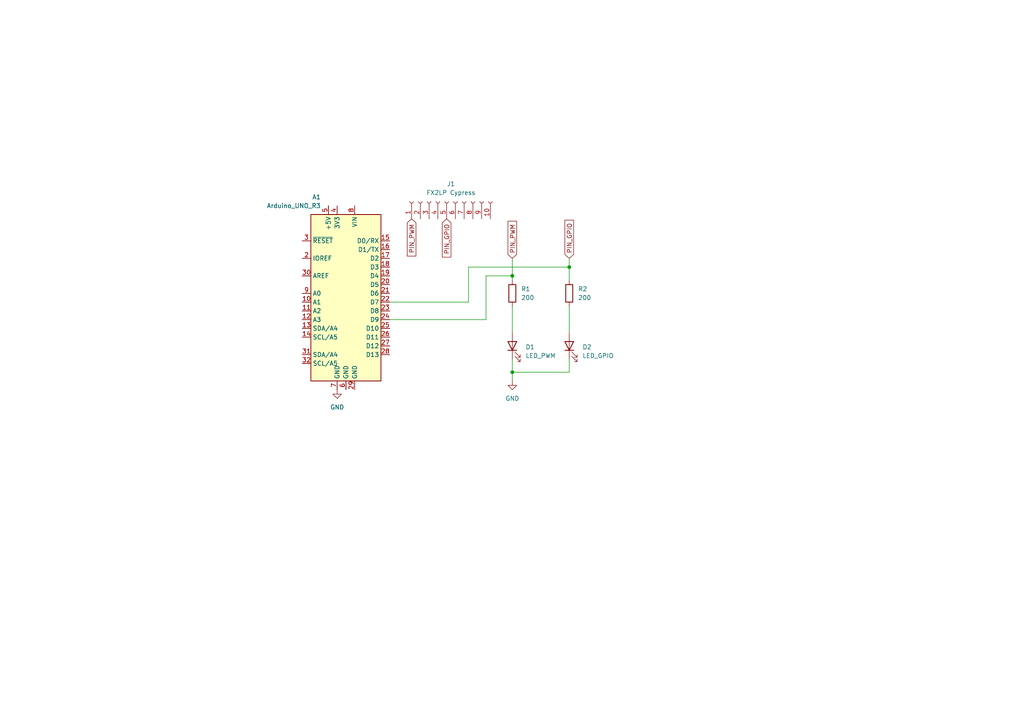
<source format=kicad_sch>
(kicad_sch (version 20231120) (generator "eeschema") (generator_version "8.0")
  (paper "A4")
  (lib_symbols
    (symbol "Connector:Conn_01x10_Socket" (pin_names (offset 1.016) hide)
      (property "Reference" "J" (at 0 12.7 0))
      (property "Value" "Conn_01x10_Socket" (at 0 -15.24 0))
      (symbol "Conn_01x10_Socket_1_1"
        (arc (start 0 -12.192) (mid -0.5058 -12.7) (end 0 -13.208) (stroke (width 0.1524)))
        (arc (start 0 -9.652) (mid -0.5058 -10.16) (end 0 -10.668) (stroke (width 0.1524)))
        (arc (start 0 -7.112) (mid -0.5058 -7.62) (end 0 -8.128) (stroke (width 0.1524)))
        (arc (start 0 -4.572) (mid -0.5058 -5.08) (end 0 -5.588) (stroke (width 0.1524)))
        (arc (start 0 -2.032) (mid -0.5058 -2.54) (end 0 -3.048) (stroke (width 0.1524)))
        (polyline (pts (xy -1.27 -12.7) (xy -0.508 -12.7)) (stroke (width 0.1524)))
        (polyline (pts (xy -1.27 -10.16) (xy -0.508 -10.16)) (stroke (width 0.1524)))
        (polyline (pts (xy -1.27 -7.62) (xy -0.508 -7.62)) (stroke (width 0.1524)))
        (polyline (pts (xy -1.27 -5.08) (xy -0.508 -5.08)) (stroke (width 0.1524)))
        (polyline (pts (xy -1.27 -2.54) (xy -0.508 -2.54)) (stroke (width 0.1524)))
        (polyline (pts (xy -1.27 0) (xy -0.508 0)) (stroke (width 0.1524)))
        (polyline (pts (xy -1.27 2.54) (xy -0.508 2.54)) (stroke (width 0.1524)))
        (polyline (pts (xy -1.27 5.08) (xy -0.508 5.08)) (stroke (width 0.1524)))
        (polyline (pts (xy -1.27 7.62) (xy -0.508 7.62)) (stroke (width 0.1524)))
        (polyline (pts (xy -1.27 10.16) (xy -0.508 10.16)) (stroke (width 0.1524)))
        (arc (start 0 0.508) (mid -0.5058 0) (end 0 -0.508) (stroke (width 0.1524)))
        (arc (start 0 3.048) (mid -0.5058 2.54) (end 0 2.032) (stroke (width 0.1524)))
        (arc (start 0 5.588) (mid -0.5058 5.08) (end 0 4.572) (stroke (width 0.1524)))
        (arc (start 0 8.128) (mid -0.5058 7.62) (end 0 7.112) (stroke (width 0.1524)))
        (arc (start 0 10.668) (mid -0.5058 10.16) (end 0 9.652) (stroke (width 0.1524)))
        (pin passive line (at -5.08 10.16 0) (length 3.81) (name "Pin_1") (number "1"))
        (pin passive line (at -5.08 -12.7 0) (length 3.81) (name "Pin_10") (number "10"))
        (pin passive line (at -5.08 7.62 0) (length 3.81) (name "Pin_2") (number "2"))
        (pin passive line (at -5.08 5.08 0) (length 3.81) (name "Pin_3") (number "3"))
        (pin passive line (at -5.08 2.54 0) (length 3.81) (name "Pin_4") (number "4"))
        (pin passive line (at -5.08 0 0) (length 3.81) (name "Pin_5") (number "5"))
        (pin passive line (at -5.08 -2.54 0) (length 3.81) (name "Pin_6") (number "6"))
        (pin passive line (at -5.08 -5.08 0) (length 3.81) (name "Pin_7") (number "7"))
        (pin passive line (at -5.08 -7.62 0) (length 3.81) (name "Pin_8") (number "8"))
        (pin passive line (at -5.08 -10.16 0) (length 3.81) (name "Pin_9") (number "9"))
      )
    )
    (symbol "Device:LED" (pin_numbers hide) (pin_names (offset 1.016) hide)
      (property "Reference" "D" (at 0 2.54 0))
      (property "Value" "LED" (at 0 -2.54 0))
      (symbol "LED_0_1"
        (polyline (pts (xy -1.27 -1.27) (xy -1.27 1.27)) (stroke (width 0.254)))
        (polyline (pts (xy -1.27 0) (xy 1.27 0)))
        (polyline (pts (xy 1.27 -1.27) (xy 1.27 1.27) (xy -1.27 0) (xy 1.27 -1.27)) (stroke (width 0.254)))
        (polyline (pts (xy -3.048 -0.762) (xy -4.572 -2.286) (xy -3.81 -2.286) (xy -4.572 -2.286) (xy -4.572 -1.524)))
        (polyline (pts (xy -1.778 -0.762) (xy -3.302 -2.286) (xy -2.54 -2.286) (xy -3.302 -2.286) (xy -3.302 -1.524)))
      )
      (symbol "LED_1_1"
        (pin passive line (at -3.81 0 0) (length 2.54) (name "K") (number "1"))
        (pin passive line (at 3.81 0 180) (length 2.54) (name "A") (number "2"))
      )
    )
    (symbol "Device:R" (pin_numbers hide) (pin_names (offset 0))
      (property "Reference" "R" (at 2.032 0 90))
      (property "Value" "R" (at 0 0 90))
      (symbol "R_0_1"
        (rectangle (start -1.016 -2.54) (end 1.016 2.54) (stroke (width 0.254)))
      )
      (symbol "R_1_1"
        (pin passive line (at 0 3.81 270) (length 1.27) (name "~") (number "1"))
        (pin passive line (at 0 -3.81 90) (length 1.27) (name "~") (number "2"))
      )
    )
    (symbol "MCU_Module:Arduino_UNO_R3"
      (property "Reference" "A" (at -10.16 23.495 0))
      (property "Value" "Arduino_UNO_R3" (at 5.08 -26.67 0))
      (symbol "Arduino_UNO_R3_0_1"
        (rectangle (start -10.16 22.86) (end 10.16 -25.4) (stroke (width 0.254)) (fill (type background)))
      )
      (symbol "Arduino_UNO_R3_1_1"
        (pin no_connect line (at -10.16 -20.32 0) (length 2.54) hide (name "NC") (number "1"))
        (pin bidirectional line (at 12.7 -2.54 180) (length 2.54) (name "A1") (number "10"))
        (pin bidirectional line (at 12.7 -5.08 180) (length 2.54) (name "A2") (number "11"))
        (pin bidirectional line (at 12.7 -7.62 180) (length 2.54) (name "A3") (number "12"))
        (pin bidirectional line (at 12.7 -10.16 180) (length 2.54) (name "SDA/A4") (number "13"))
        (pin bidirectional line (at 12.7 -12.7 180) (length 2.54) (name "SCL/A5") (number "14"))
        (pin bidirectional line (at -12.7 15.24 0) (length 2.54) (name "D0/RX") (number "15"))
        (pin bidirectional line (at -12.7 12.7 0) (length 2.54) (name "D1/TX") (number "16"))
        (pin bidirectional line (at -12.7 10.16 0) (length 2.54) (name "D2") (number "17"))
        (pin bidirectional line (at -12.7 7.62 0) (length 2.54) (name "D3") (number "18"))
        (pin bidirectional line (at -12.7 5.08 0) (length 2.54) (name "D4") (number "19"))
        (pin output line (at 12.7 10.16 180) (length 2.54) (name "IOREF") (number "2"))
        (pin bidirectional line (at -12.7 2.54 0) (length 2.54) (name "D5") (number "20"))
        (pin bidirectional line (at -12.7 0 0) (length 2.54) (name "D6") (number "21"))
        (pin bidirectional line (at -12.7 -2.54 0) (length 2.54) (name "D7") (number "22"))
        (pin bidirectional line (at -12.7 -5.08 0) (length 2.54) (name "D8") (number "23"))
        (pin bidirectional line (at -12.7 -7.62 0) (length 2.54) (name "D9") (number "24"))
        (pin bidirectional line (at -12.7 -10.16 0) (length 2.54) (name "D10") (number "25"))
        (pin bidirectional line (at -12.7 -12.7 0) (length 2.54) (name "D11") (number "26"))
        (pin bidirectional line (at -12.7 -15.24 0) (length 2.54) (name "D12") (number "27"))
        (pin bidirectional line (at -12.7 -17.78 0) (length 2.54) (name "D13") (number "28"))
        (pin power_in line (at -2.54 -27.94 90) (length 2.54) (name "GND") (number "29"))
        (pin input line (at 12.7 15.24 180) (length 2.54) (name "~{RESET}") (number "3"))
        (pin input line (at 12.7 5.08 180) (length 2.54) (name "AREF") (number "30"))
        (pin bidirectional line (at 12.7 -17.78 180) (length 2.54) (name "SDA/A4") (number "31"))
        (pin bidirectional line (at 12.7 -20.32 180) (length 2.54) (name "SCL/A5") (number "32"))
        (pin power_out line (at 2.54 25.4 270) (length 2.54) (name "3V3") (number "4"))
        (pin power_out line (at 5.08 25.4 270) (length 2.54) (name "+5V") (number "5"))
        (pin power_in line (at 0 -27.94 90) (length 2.54) (name "GND") (number "6"))
        (pin power_in line (at 2.54 -27.94 90) (length 2.54) (name "GND") (number "7"))
        (pin power_in line (at -2.54 25.4 270) (length 2.54) (name "VIN") (number "8"))
        (pin bidirectional line (at 12.7 0 180) (length 2.54) (name "A0") (number "9"))
      )
    )
    (symbol "power:GND" (power) (pin_numbers hide) (pin_names (offset 0) hide)
      (property "Value" "GND" (at 0 -3.81 0))
      (symbol "GND_0_1"
        (polyline (pts (xy 0 0) (xy 0 -1.27) (xy 1.27 -1.27) (xy 0 -2.54) (xy -1.27 -1.27) (xy 0 -1.27)))
      )
      (symbol "GND_1_1"
        (pin power_in line (at 0 0 270) (length 0) (name "~") (number "1"))
      )
    )
  )
  (junction (at 148.59 107.95))
  (junction (at 148.59 80.01))
  (junction (at 165.1 77.47))
  (wire (pts (xy 165.1 74.93) (xy 165.1 77.47)))
  (wire (pts (xy 135.89 87.63) (xy 135.89 77.47)))
  (wire (pts (xy 165.1 104.14) (xy 165.1 107.95)))
  (wire (pts (xy 148.59 96.52) (xy 148.59 88.9)))
  (wire (pts (xy 135.89 77.47) (xy 165.1 77.47)))
  (wire (pts (xy 140.97 80.01) (xy 148.59 80.01)))
  (wire (pts (xy 148.59 107.95) (xy 165.1 107.95)))
  (wire (pts (xy 165.1 88.9) (xy 165.1 96.52)))
  (wire (pts (xy 165.1 77.47) (xy 165.1 81.28)))
  (wire (pts (xy 140.97 92.71) (xy 140.97 80.01)))
  (wire (pts (xy 95.25 59.69) (xy 95.25 60.96)))
  (wire (pts (xy 148.59 107.95) (xy 148.59 110.49)))
  (wire (pts (xy 148.59 104.14) (xy 148.59 107.95)))
  (wire (pts (xy 148.59 80.01) (xy 148.59 81.28)))
  (wire (pts (xy 113.03 92.71) (xy 140.97 92.71)))
  (wire (pts (xy 113.03 87.63) (xy 135.89 87.63)))
  (wire (pts (xy 148.59 74.93) (xy 148.59 80.01)))
  (global_label "PIN_PWM" (shape input) (at 119.38 63.5 270) (property "Intersheetrefs" "${INTERSHEET_REFS}" (effects (hide yes))))
  (global_label "PIN_GPIO" (shape input) (at 165.1 74.93 90) (property "Intersheetrefs" "${INTERSHEET_REFS}" (effects (hide yes))))
  (global_label "PIN_GPIO" (shape input) (at 129.54 63.5 270) (property "Intersheetrefs" "${INTERSHEET_REFS}" (effects (hide yes))))
  (global_label "PIN_PWM" (shape input) (at 148.59 74.93 90) (property "Intersheetrefs" "${INTERSHEET_REFS}" (effects (hide yes))))
  (symbol (lib_id "Device:R") (at 148.59 85.09 0) (unit 1)
    (property "Reference" "R1" (at 151.13 83.8199 0) (effects (justify left)))
    (property "Value" "200" (at 151.13 86.3599 0) (effects (justify left)))
    (property "Description" "Resistor" (effects (hide yes)))
  )
  (symbol (lib_id "Device:R") (at 165.1 85.09 0) (unit 1)
    (property "Reference" "R2" (at 167.64 83.8199 0) (effects (justify left)))
    (property "Value" "200" (at 167.64 86.3599 0) (effects (justify left)))
    (property "Description" "Resistor" (effects (hide yes)))
  )
  (symbol (lib_id "MCU_Module:Arduino_UNO_R3") (at 100.33 85.09 0) (mirror y) (unit 1)
    (property "Reference" "A1" (at 93.0559 57.15 0) (effects (justify left)))
    (property "Value" "Arduino_UNO_R3" (at 93.0559 59.69 0) (effects (justify left)))
    (property "Footprint" "Module:Arduino_UNO_R3" (effects (hide yes)))
    (property "Datasheet" "https://www.arduino.cc/en/Main/arduinoBoardUno" (effects (hide yes)))
    (property "Description" "Arduino UNO Microcontroller Module, release 3" (effects (hide yes)))
  )
  (symbol (lib_id "Device:LED") (at 165.1 100.33 90) (unit 1)
    (property "Reference" "D2" (at 168.91 100.6474 90) (effects (justify right)))
    (property "Value" "LED_GPIO" (at 168.91 103.1874 90) (effects (justify right)))
    (property "Description" "Light emitting diode" (effects (hide yes)))
  )
  (symbol (lib_id "Device:LED") (at 148.59 100.33 90) (unit 1)
    (property "Reference" "D1" (at 152.4 100.6474 90) (effects (justify right)))
    (property "Value" "LED_PWM" (at 152.4 103.1874 90) (effects (justify right)))
    (property "Description" "Light emitting diode" (effects (hide yes)))
  )
  (symbol (lib_id "Connector:Conn_01x10_Socket") (at 129.54 58.42 90) (unit 1)
    (property "Reference" "J1" (at 130.81 53.34 90))
    (property "Value" "FX2LP Cypress" (at 130.81 55.88 90))
    (property "Description" "Generic connector, single row, 01x10, script generated" (effects (hide yes)))
  )
  (symbol (lib_id "power:GND") (at 148.59 110.49 0) (unit 1)
    (property "Reference" "#PWR1" (effects (hide yes)))
    (property "Value" "GND" (at 148.59 115.57 0))
    (property "Description" "Power symbol creates a global label with name \"GND\" , ground" (effects (hide yes)))
  )
  (symbol (lib_id "power:GND") (at 97.79 113.03 0) (unit 1)
    (property "Reference" "#PWR2" (effects (hide yes)))
    (property "Value" "GND" (at 97.79 118.11 0))
    (property "Description" "Power symbol creates a global label with name \"GND\" , ground" (effects (hide yes)))
  )
)
</source>
